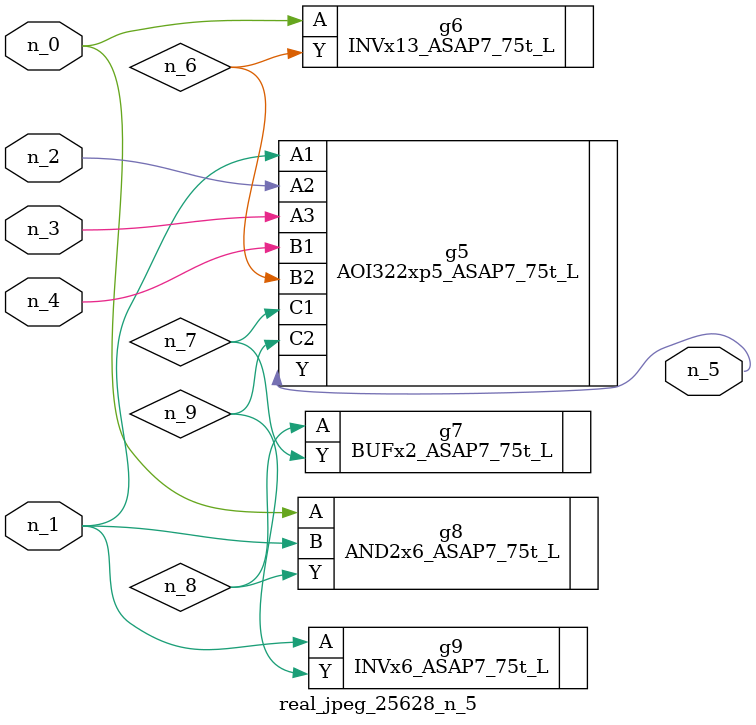
<source format=v>
module real_jpeg_25628_n_5 (n_4, n_0, n_1, n_2, n_3, n_5);

input n_4;
input n_0;
input n_1;
input n_2;
input n_3;

output n_5;

wire n_8;
wire n_6;
wire n_7;
wire n_9;

INVx13_ASAP7_75t_L g6 ( 
.A(n_0),
.Y(n_6)
);

AND2x6_ASAP7_75t_L g8 ( 
.A(n_0),
.B(n_1),
.Y(n_8)
);

AOI322xp5_ASAP7_75t_L g5 ( 
.A1(n_1),
.A2(n_2),
.A3(n_3),
.B1(n_4),
.B2(n_6),
.C1(n_7),
.C2(n_9),
.Y(n_5)
);

INVx6_ASAP7_75t_L g9 ( 
.A(n_1),
.Y(n_9)
);

BUFx2_ASAP7_75t_L g7 ( 
.A(n_8),
.Y(n_7)
);


endmodule
</source>
